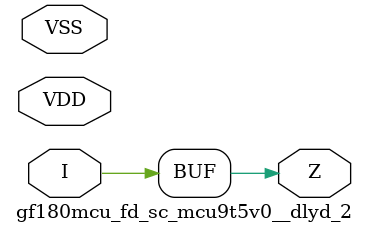
<source format=v>

module gf180mcu_fd_sc_mcu9t5v0__dlyd_2( I, Z, VDD, VSS );
input I;
inout VDD, VSS;
output Z;

	buf MGM_BG_0( Z, I );

endmodule

</source>
